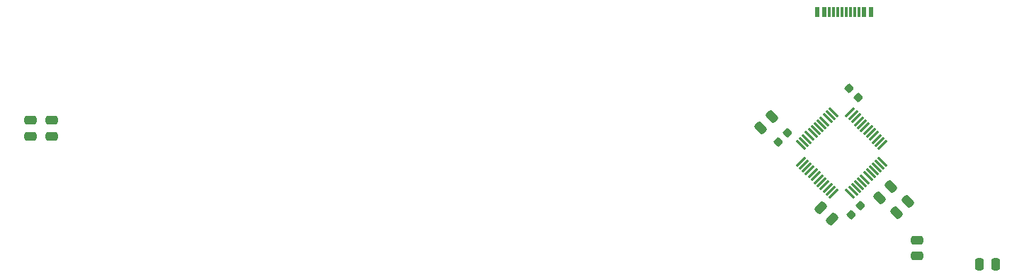
<source format=gtp>
G04 #@! TF.GenerationSoftware,KiCad,Pcbnew,7.0.5*
G04 #@! TF.CreationDate,2024-08-24T17:49:56+10:00*
G04 #@! TF.ProjectId,keyboard,6b657962-6f61-4726-942e-6b696361645f,rev?*
G04 #@! TF.SameCoordinates,Original*
G04 #@! TF.FileFunction,Paste,Top*
G04 #@! TF.FilePolarity,Positive*
%FSLAX46Y46*%
G04 Gerber Fmt 4.6, Leading zero omitted, Abs format (unit mm)*
G04 Created by KiCad (PCBNEW 7.0.5) date 2024-08-24 17:49:56*
%MOMM*%
%LPD*%
G01*
G04 APERTURE LIST*
G04 Aperture macros list*
%AMRoundRect*
0 Rectangle with rounded corners*
0 $1 Rounding radius*
0 $2 $3 $4 $5 $6 $7 $8 $9 X,Y pos of 4 corners*
0 Add a 4 corners polygon primitive as box body*
4,1,4,$2,$3,$4,$5,$6,$7,$8,$9,$2,$3,0*
0 Add four circle primitives for the rounded corners*
1,1,$1+$1,$2,$3*
1,1,$1+$1,$4,$5*
1,1,$1+$1,$6,$7*
1,1,$1+$1,$8,$9*
0 Add four rect primitives between the rounded corners*
20,1,$1+$1,$2,$3,$4,$5,0*
20,1,$1+$1,$4,$5,$6,$7,0*
20,1,$1+$1,$6,$7,$8,$9,0*
20,1,$1+$1,$8,$9,$2,$3,0*%
G04 Aperture macros list end*
%ADD10R,0.600000X1.240000*%
%ADD11R,0.300000X1.240000*%
%ADD12RoundRect,0.250000X-0.159099X0.512652X-0.512652X0.159099X0.159099X-0.512652X0.512652X-0.159099X0*%
%ADD13RoundRect,0.250000X-0.512652X-0.159099X-0.159099X-0.512652X0.512652X0.159099X0.159099X0.512652X0*%
%ADD14RoundRect,0.225000X0.335876X0.017678X0.017678X0.335876X-0.335876X-0.017678X-0.017678X-0.335876X0*%
%ADD15RoundRect,0.225000X-0.017678X0.335876X-0.335876X0.017678X0.017678X-0.335876X0.335876X-0.017678X0*%
%ADD16RoundRect,0.250000X-0.475000X0.250000X-0.475000X-0.250000X0.475000X-0.250000X0.475000X0.250000X0*%
%ADD17RoundRect,0.250000X0.250000X0.475000X-0.250000X0.475000X-0.250000X-0.475000X0.250000X-0.475000X0*%
%ADD18RoundRect,0.075000X0.521491X-0.415425X-0.415425X0.521491X-0.521491X0.415425X0.415425X-0.521491X0*%
%ADD19RoundRect,0.075000X0.521491X0.415425X0.415425X0.521491X-0.521491X-0.415425X-0.415425X-0.521491X0*%
G04 APERTURE END LIST*
D10*
X218482466Y-64979534D03*
X217682466Y-64979534D03*
D11*
X216532466Y-64979534D03*
X215532466Y-64979534D03*
X215032466Y-64979534D03*
X214032466Y-64979534D03*
D10*
X212882466Y-64979534D03*
X212082466Y-64979534D03*
X212082466Y-64979534D03*
X212882466Y-64979534D03*
D11*
X213532466Y-64979534D03*
X214532466Y-64979534D03*
X216032466Y-64979534D03*
X217032466Y-64979534D03*
D10*
X217682466Y-64979534D03*
X218482466Y-64979534D03*
D12*
X222921751Y-87720249D03*
X221578249Y-89063751D03*
X220889751Y-85942249D03*
X219546249Y-87285751D03*
D13*
X212500000Y-88500000D03*
X213843502Y-89843502D03*
D14*
X216956008Y-75224008D03*
X215859992Y-74127992D03*
D15*
X217250000Y-88250000D03*
X216153984Y-89346016D03*
D16*
X118000000Y-78000000D03*
X118000000Y-79900000D03*
X224028000Y-92334000D03*
X224028000Y-94234000D03*
D17*
X233360000Y-95250000D03*
X231460000Y-95250000D03*
D16*
X120500000Y-78000000D03*
X120500000Y-79900000D03*
D12*
X206665751Y-77560249D03*
X205322249Y-78903751D03*
D18*
X215998788Y-86813107D03*
X216352342Y-86459553D03*
X216705895Y-86106000D03*
X217059449Y-85752446D03*
X217413002Y-85398893D03*
X217766555Y-85045340D03*
X218120109Y-84691786D03*
X218473662Y-84338233D03*
X218827215Y-83984680D03*
X219180769Y-83631126D03*
X219534322Y-83277573D03*
X219887876Y-82924019D03*
D19*
X219887876Y-80926443D03*
X219534322Y-80572889D03*
X219180769Y-80219336D03*
X218827215Y-79865782D03*
X218473662Y-79512229D03*
X218120109Y-79158676D03*
X217766555Y-78805122D03*
X217413002Y-78451569D03*
X217059449Y-78098016D03*
X216705895Y-77744462D03*
X216352342Y-77390909D03*
X215998788Y-77037355D03*
D18*
X214001212Y-77037355D03*
X213647658Y-77390909D03*
X213294105Y-77744462D03*
X212940551Y-78098016D03*
X212586998Y-78451569D03*
X212233445Y-78805122D03*
X211879891Y-79158676D03*
X211526338Y-79512229D03*
X211172785Y-79865782D03*
X210819231Y-80219336D03*
X210465678Y-80572889D03*
X210112124Y-80926443D03*
D19*
X210112124Y-82924019D03*
X210465678Y-83277573D03*
X210819231Y-83631126D03*
X211172785Y-83984680D03*
X211526338Y-84338233D03*
X211879891Y-84691786D03*
X212233445Y-85045340D03*
X212586998Y-85398893D03*
X212940551Y-85752446D03*
X213294105Y-86106000D03*
X213647658Y-86459553D03*
X214001212Y-86813107D03*
D15*
X208534000Y-79502000D03*
X207437984Y-80598016D03*
M02*

</source>
